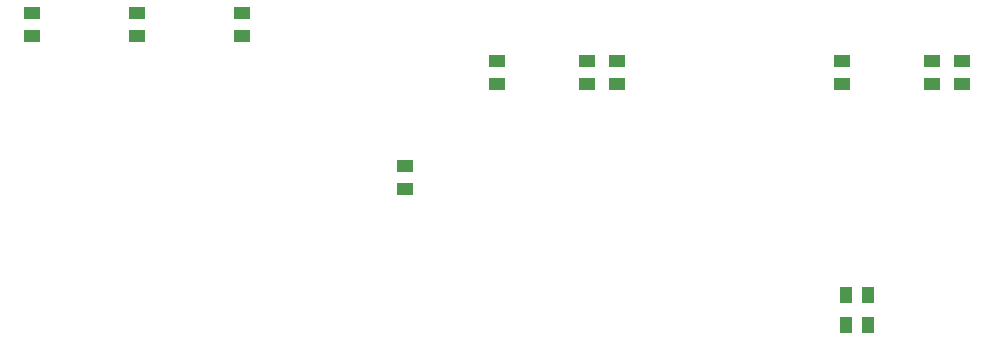
<source format=gbr>
G04 EAGLE Gerber RS-274X export*
G75*
%MOMM*%
%FSLAX34Y34*%
%LPD*%
%INSolderpaste Top*%
%IPPOS*%
%AMOC8*
5,1,8,0,0,1.08239X$1,22.5*%
G01*
%ADD10R,1.400000X1.000000*%
%ADD11R,1.000000X1.400000*%


D10*
X519430Y216560D03*
X519430Y235560D03*
X990600Y324460D03*
X990600Y305460D03*
D11*
X892200Y127000D03*
X911200Y127000D03*
X892200Y101600D03*
X911200Y101600D03*
D10*
X381000Y365100D03*
X381000Y346100D03*
X292100Y365100D03*
X292100Y346100D03*
X203200Y365100D03*
X203200Y346100D03*
X596900Y324460D03*
X596900Y305460D03*
X673100Y324460D03*
X673100Y305460D03*
X698500Y324460D03*
X698500Y305460D03*
X889000Y324460D03*
X889000Y305460D03*
X965200Y324460D03*
X965200Y305460D03*
M02*

</source>
